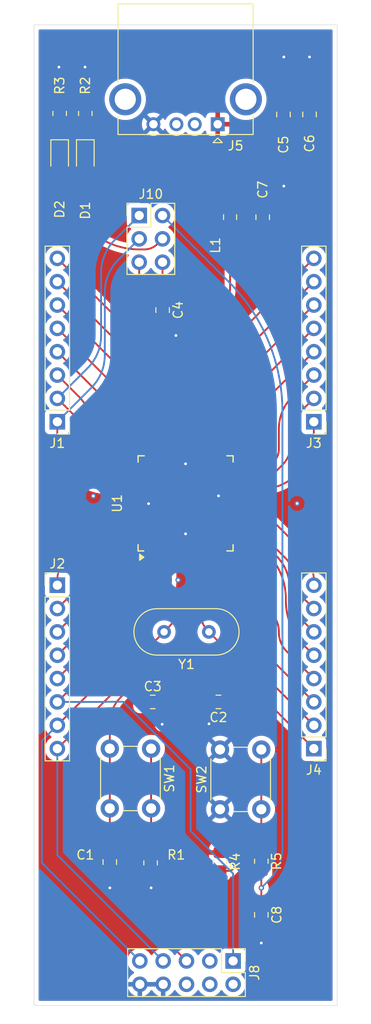
<source format=kicad_pcb>
(kicad_pcb (version 20240108) (generator "pcbnew") (generator_version "8.0")
  (layers (0 "F.Cu" signal) (31 "B.Cu" signal) (34 "B.Paste" user) (35 "F.Paste" user) (36 "B.SilkS" user "B.Silkscreen") (37 "F.SilkS" user "F.Silkscreen") (38 "B.Mask" user) (39 "F.Mask" user) (44 "Edge.Cuts" user))
  (net 0 "")
  (net 1 "RST")
  (net 2 "GND")
  (net 3 "XTAL1")
  (net 4 "XTAL2")
  (net 5 "AREF'")
  (net 6 "VCC")
  (net 7 "AVCC")
  (net 8 "PA1'")
  (net 9 "Net-(D1-K)")
  (net 10 "Net-(D2-K)")
  (net 11 "PA0'")
  (net 12 "PA7")
  (net 13 "PA2")
  (net 14 "PA0")
  (net 15 "PA4")
  (net 16 "PA3")
  (net 17 "PA6")
  (net 18 "PA1")
  (net 19 "PA5")
  (net 20 "PB3")
  (net 21 "PB5")
  (net 22 "PB4")
  (net 23 "PB0")
  (net 24 "PB6")
  (net 25 "PB2")
  (net 26 "PB7")
  (net 27 "PB1")
  (net 28 "PC3")
  (net 29 "PC7")
  (net 30 "PC1")
  (net 31 "PC5")
  (net 32 "PC4")
  (net 33 "PC2")
  (net 34 "PC0")
  (net 35 "PC6")
  (net 36 "PD1")
  (net 37 "PD3")
  (net 38 "PD6")
  (net 39 "PD7")
  (net 40 "PD0")
  (net 41 "PD5")
  (net 42 "PD2")
  (net 43 "PD4")
  (net 48 "AREF")
  (net 53 "Net-(R1-Pad1)")
  (net 54 "Net-(R4-Pad2)")
  (footprint "Capacitor_SMD:C_0805_2012Metric_Pad1.18x1.45mm_HandSolder" (layer "F.Cu") (at 123.45 72.1759 -90)
    (property "Reference" "C4")
    (property "Value" "104")
  )
  (footprint "Connector_USB:USB_A_CONNFLY_DS1095-WNR0" (layer "F.Cu") (at 129.45 51.9559 180)
    (property "Reference" "J5")
    (property "Value" "USB_A")
  )
  (footprint "Button_Switch_THT:SW_PUSH_6mm_H4.3mm" (layer "F.Cu") (at 122.195 119.8884 -90)
    (property "Reference" "SW1")
    (property "Value" "SW_Push")
  )
  (footprint "Package_QFP:TQFP-44_10x10mm_P0.8mm" (layer "F.Cu") (at 125.95 93.2056 90)
    (property "Reference" "U1")
    (property "Value" "ATmega644A-A")
  )
  (footprint "Capacitor_SMD:C_0805_2012Metric_Pad1.18x1.45mm_HandSolder" (layer "F.Cu") (at 122.3725 114.8084)
    (property "Reference" "C3")
    (property "Value" "22pF")
  )
  (footprint "Capacitor_SMD:C_0805_2012Metric_Pad1.18x1.45mm_HandSolder" (layer "F.Cu") (at 129.5275 114.8084 180)
    (property "Reference" "C2")
    (property "Value" "22pF")
  )
  (footprint "Resistor_SMD:R_0805_2012Metric_Pad1.20x1.40mm_HandSolder" (layer "F.Cu") (at 122.14 132.3184 -90)
    (property "Reference" "R1")
    (property "Value" "20kΩ")
  )
  (footprint "Connector_PinHeader_2.54mm:PinHeader_2x05_P2.54mm_Vertical" (layer "F.Cu") (at 131.13 142.9884 -90)
    (property "Reference" "J8")
    (property "Value" "Conn_02x05_Odd_Even")
  )
  (footprint "Resistor_SMD:R_0805_2012Metric_Pad1.20x1.40mm_HandSolder" (layer "F.Cu") (at 129.7 132.1884 -90)
    (property "Reference" "R4")
    (property "Value" "20kΩ")
  )
  (footprint "LED_SMD:LED_0805_2012Metric_Pad1.15x1.40mm_HandSolder" (layer "F.Cu") (at 112.234 55.5084 -90)
    (property "Reference" "D2")
    (property "Value" "LED")
  )
  (footprint "Capacitor_SMD:C_0805_2012Metric_Pad1.18x1.45mm_HandSolder" (layer "F.Cu") (at 134.35 62.0759 90)
    (property "Reference" "C7")
    (property "Value" "104")
  )
  (footprint "Connector_PinHeader_2.54mm:PinHeader_1x08_P2.54mm_Vertical" (layer "F.Cu") (at 139.92 84.3284 180)
    (property "Reference" "J3")
    (property "Value" "Conn_01x08_Pin")
  )
  (footprint "LED_SMD:LED_0805_2012Metric_Pad1.15x1.40mm_HandSolder" (layer "F.Cu") (at 115.028 55.5084 -90)
    (property "Reference" "D1")
    (property "Value" "LED")
  )
  (footprint "Button_Switch_THT:SW_PUSH_6mm" (layer "F.Cu") (at 129.7 126.4884 90)
    (property "Reference" "SW2")
    (property "Value" "SW_Push")
  )
  (footprint "Connector_PinHeader_2.54mm:PinHeader_1x08_P2.54mm_Vertical" (layer "F.Cu") (at 139.92 119.8884 180)
    (property "Reference" "J4")
    (property "Value" "Conn_01x08_Pin")
  )
  (footprint "Connector_PinHeader_2.54mm:PinHeader_1x08_P2.54mm_Vertical" (layer "F.Cu") (at 111.98 102.1084)
    (property "Reference" "J2")
    (property "Value" "Conn_01x08_Pin")
  )
  (footprint "Crystal:Crystal_HC49-4H_Vertical" (layer "F.Cu") (at 128.49 107.1884 180)
    (property "Reference" "Y1")
    (property "Value" "Crystal")
  )
  (footprint "Resistor_SMD:R_0805_2012Metric_Pad1.20x1.40mm_HandSolder" (layer "F.Cu") (at 134.2 132.1384 -90)
    (property "Reference" "R5")
    (property "Value" "20kΩ")
  )
  (footprint "Inductor_SMD:L_0805_2012Metric_Pad1.15x1.40mm_HandSolder" (layer "F.Cu") (at 130.8 62.0634 -90)
    (property "Reference" "L1")
    (property "Value" "10uH")
  )
  (footprint "Capacitor_SMD:C_0805_2012Metric_Pad1.18x1.45mm_HandSolder" (layer "F.Cu") (at 136.6165 50.9009 90)
    (property "Reference" "C5")
    (property "Value" "47uF")
  )
  (footprint "Resistor_SMD:R_0805_2012Metric_Pad1.20x1.40mm_HandSolder" (layer "F.Cu") (at 115.028 50.7844 90)
    (property "Reference" "R2")
    (property "Value" "1kΩ")
  )
  (footprint "Capacitor_SMD:C_0805_2012Metric_Pad1.18x1.45mm_HandSolder" (layer "F.Cu") (at 134.2 137.9759 -90)
    (property "Reference" "C8")
    (property "Value" "1uF")
  )
  (footprint "Connector_PinHeader_2.54mm:PinHeader_2x03_P2.54mm_Vertical" (layer "F.Cu") (at 120.9 61.8884)
    (property "Reference" "J10")
    (property "Value" "Conn_02x03_Odd_Even")
  )
  (footprint "Capacitor_SMD:C_0805_2012Metric_Pad1.18x1.45mm_HandSolder" (layer "F.Cu") (at 139.45 50.8884 90)
    (property "Reference" "C6")
    (property "Value" "104")
  )
  (footprint "Connector_PinHeader_2.54mm:PinHeader_1x08_P2.54mm_Vertical" (layer "F.Cu") (at 111.98 84.3284 180)
    (property "Reference" "J1")
    (property "Value" "Conn_01x08_Pin")
  )
  (footprint "Capacitor_SMD:C_0805_2012Metric_Pad1.18x1.45mm_HandSolder" (layer "F.Cu") (at 117.695 132.2289 -90)
    (property "Reference" "C1")
    (property "Value" "1uF")
  )
  (footprint "Resistor_SMD:R_0805_2012Metric_Pad1.20x1.40mm_HandSolder" (layer "F.Cu") (at 112.234 50.7844 90)
    (property "Reference" "R3")
    (property "Value" "1kΩ")
  )
  (gr_line (start 142.46 41.1484) (end 142.46 147.8284) (stroke (width 0.05)) (layer "Edge.Cuts"))
  (gr_line (start 142.46 147.8284) (end 109.44 147.8284) (stroke (width 0.05)) (layer "Edge.Cuts"))
  (gr_line (start 109.44 147.8284) (end 109.44 41.1484) (stroke (width 0.05)) (layer "Edge.Cuts"))
  (gr_line (start 109.44 41.1484) (end 142.46 41.1484) (stroke (width 0.05)) (layer "Edge.Cuts"))
  (segment (start 120.35 134.036929) (end 120.35 137.2884) (width 0.2) (layer "F.Cu") (net 1))
  (segment (start 120.5 109.659468) (end 120.5 110.617332) (width 0.2) (layer "F.Cu") (net 1))
  (segment (start 117.695 126.3884) (end 117.695 131.1914) (width 0.2) (layer "F.Cu") (net 1))
  (segment (start 120.35 137.2884) (end 126.05 142.9884) (width 0.2) (layer "F.Cu") (net 1))
  (segment (start 117.695 131.381929) (end 120.35 134.036929) (width 0.2) (layer "F.Cu") (net 1))
  (segment (start 117.695 131.1914) (end 117.695 131.381929) (width 0.2) (layer "F.Cu") (net 1))
  (segment (start 119.035534 114.152866) (end 118.866573 114.321827) (width 0.2) (layer "F.Cu") (net 1))
  (segment (start 117.695 117.150254) (end 117.695 119.8884) (width 0.2) (layer "F.Cu") (net 1))
  (segment (start 124.35 98.9056) (end 124.35 101.667332) (width 0.2) (layer "F.Cu") (net 1))
  (segment (start 117.695 119.8884) (end 117.695 126.3884) (width 0.2) (layer "F.Cu") (net 1))
  (segment (start 122.885534 105.202866) (end 121.964466 106.123934) (width 0.2) (layer "F.Cu") (net 1))
  (arc (start 119.035534 114.152866) (mid 120.119398 112.530749) (end 120.5 110.617332) (width 0.2) (layer "F.Cu") (net 1))
  (arc (start 122.885534 105.202866) (mid 123.969398 103.580749) (end 124.35 101.667332) (width 0.2) (layer "F.Cu") (net 1))
  (arc (start 118.866573 114.321827) (mid 117.999482 115.61952) (end 117.695 117.150254) (width 0.2) (layer "F.Cu") (net 1))
  (arc (start 120.5 109.659468) (mid 120.880602 107.746051) (end 121.964466 106.123934) (width 0.2) (layer "F.Cu") (net 1))
  (segment (start 125.95 98.9056) (end 125.95 96.52) (width 0.2) (layer "F.Cu") (net 2))
  (segment (start 136.65 44.6384) (end 136.6165 44.6719) (width 0.2) (layer "F.Cu") (net 2))
  (segment (start 122.2 135.0384) (end 122.2 133.3784) (width 0.2) (layer "F.Cu") (net 2))
  (segment (start 136.6165 44.6719) (end 136.6165 49.8634) (width 0.2) (layer "F.Cu") (net 2))
  (segment (start 115.028 45.7664) (end 115.028 49.7844) (width 0.2) (layer "F.Cu") (net 2))
  (segment (start 136.65 58.7384) (end 134.35 61.0384) (width 0.2) (layer "F.Cu") (net 2))
  (segment (start 117.7 135.0384) (end 117.7 133.2714) (width 0.2) (layer "F.Cu") (net 2))
  (segment (start 129.54 92.3884) (end 131.6328 92.3884) (width 0.2) (layer "F.Cu") (net 2))
  (segment (start 128.49 117.1784) (end 128.5 117.1884) (width 0.2) (layer "F.Cu") (net 2))
  (segment (start 125.95 87.5056) (end 125.95 88.9) (width 0.2) (layer "F.Cu") (net 2))
  (segment (start 128.49 114.8084) (end 128.49 117.1784) (width 0.2) (layer "F.Cu") (net 2))
  (segment (start 121.8872 93.2056) (end 120.25 93.2056) (width 0.2) (layer "F.Cu") (net 2))
  (segment (start 123.41 117.2284) (end 123.4 117.2384) (width 0.2) (layer "F.Cu") (net 2))
  (segment (start 112.234 45.8224) (end 112.234 49.7844) (width 0.2) (layer "F.Cu") (net 2))
  (segment (start 139.45 44.6384) (end 139.45 49.8509) (width 0.2) (layer "F.Cu") (net 2))
  (segment (start 121.92 93.2384) (end 121.8872 93.2056) (width 0.2) (layer "F.Cu") (net 2))
  (segment (start 117.7 133.2714) (end 117.695 133.2664) (width 0.2) (layer "F.Cu") (net 2))
  (segment (start 123.45 73.2134) (end 123.45 73.4884) (width 0.2) (layer "F.Cu") (net 2))
  (segment (start 112.15 45.7384) (end 112.234 45.8224) (width 0.2) (layer "F.Cu") (net 2))
  (segment (start 122.2 133.3784) (end 122.14 133.3184) (width 0.2) (layer "F.Cu") (net 2))
  (segment (start 123.45 73.4884) (end 124.9 74.9384) (width 0.2) (layer "F.Cu") (net 2))
  (segment (start 136.65 58.6884) (end 136.65 58.7384) (width 0.2) (layer "F.Cu") (net 2))
  (segment (start 123.41 114.8084) (end 123.41 117.2284) (width 0.2) (layer "F.Cu") (net 2))
  (segment (start 115 45.7384) (end 115.028 45.7664) (width 0.2) (layer "F.Cu") (net 2))
  (segment (start 131.6328 92.3884) (end 131.65 92.4056) (width 0.2) (layer "F.Cu") (net 2))
  (segment (start 134.2 141.0384) (end 134.2 139.0134) (width 0.2) (layer "F.Cu") (net 2))
  (via (at 125.95 88.9) (size 0.6) (drill 0.3) (layers "F.Cu" "B.Cu") (net 2))
  (via (at 123.4 117.2384) (size 0.6) (drill 0.3) (layers "F.Cu" "B.Cu") (net 2))
  (via (at 124.9 74.9384) (size 0.6) (drill 0.3) (layers "F.Cu" "B.Cu") (net 2))
  (via (at 136.65 44.6384) (size 0.6) (drill 0.3) (layers "F.Cu" "B.Cu") (net 2))
  (via (at 125.95 96.52) (size 0.6) (drill 0.3) (layers "F.Cu" "B.Cu") (net 2))
  (via (at 136.65 58.6884) (size 0.6) (drill 0.3) (layers "F.Cu" "B.Cu") (net 2))
  (via (at 128.5 117.1884) (size 0.6) (drill 0.3) (layers "F.Cu" "B.Cu") (net 2))
  (via (at 134.2 141.0384) (size 0.6) (drill 0.3) (layers "F.Cu" "B.Cu") (net 2))
  (via (at 117.7 135.0384) (size 0.6) (drill 0.3) (layers "F.Cu" "B.Cu") (net 2))
  (via (at 129.54 92.3884) (size 0.6) (drill 0.3) (layers "F.Cu" "B.Cu") (net 2))
  (via (at 122.2 135.0384) (size 0.6) (drill 0.3) (layers "F.Cu" "B.Cu") (net 2))
  (via (at 121.92 93.2384) (size 0.6) (drill 0.3) (layers "F.Cu" "B.Cu") (net 2))
  (via (at 112.15 45.7384) (size 0.6) (drill 0.3) (layers "F.Cu" "B.Cu") (net 2))
  (via (at 115 45.7384) (size 0.6) (drill 0.3) (layers "F.Cu" "B.Cu") (net 2))
  (via (at 139.45 44.6384) (size 0.6) (drill 0.3) (layers "F.Cu" "B.Cu") (net 2))
  (segment (start 130.565 111.334468) (end 130.565 114.8084) (width 0.2) (layer "F.Cu") (net 3))
  (segment (start 127.55 105.005759) (end 127.55 98.9056) (width 0.2) (layer "F.Cu") (net 3))
  (segment (start 128.49 107.1884) (end 128.428679 107.127079) (width 0.2) (layer "F.Cu") (net 3))
  (segment (start 128.49 107.1884) (end 129.100534 107.798934) (width 0.2) (layer "F.Cu") (net 3))
  (arc (start 129.100534 107.798934) (mid 130.184398 109.421051) (end 130.565 111.334468) (width 0.2) (layer "F.Cu") (net 3))
  (arc (start 128.428679 107.127079) (mid 127.778361 106.153809) (end 127.55 105.005759) (width 0.2) (layer "F.Cu") (net 3))
  (segment (start 121.335 114.8084) (end 121.335 111.534468) (width 0.2) (layer "F.Cu") (net 4))
  (segment (start 122.799466 107.998934) (end 123.61 107.1884) (width 0.2) (layer "F.Cu") (net 4))
  (segment (start 126.75 99.906264) (end 126.75 98.9056) (width 0.2) (layer "F.Cu") (net 4))
  (segment (start 123.61 107.1884) (end 123.821068 106.977332) (width 0.2) (layer "F.Cu") (net 4))
  (arc (start 126.75 99.906264) (mid 125.988795 103.733098) (end 123.821068 106.977332) (width 0.2) (layer "F.Cu") (net 4))
  (arc (start 121.335 111.534468) (mid 121.715602 109.621051) (end 122.799466 107.998934) (width 0.2) (layer "F.Cu") (net 4))
  (segment (start 123.44 71.1284) (end 123.45 71.1384) (width 0.2) (layer "F.Cu") (net 5))
  (segment (start 123.44 66.9684) (end 123.44 71.1284) (width 0.2) (layer "F.Cu") (net 5))
  (segment (start 115.9006 92.4056) (end 120.25 92.4056) (width 0.2) (layer "F.Cu") (net 6))
  (segment (start 125.15 98.9056) (end 125.15 101.545) (width 0.2) (layer "F.Cu") (net 6))
  (segment (start 115.9002 92.4052) (end 115.9006 92.4056) (width 0.2) (layer "F.Cu") (net 6))
  (segment (start 139.4375 51.9384) (end 139.45 51.9259) (width 0.2) (layer "F.Cu") (net 6))
  (segment (start 131.65 93.2056) (end 138.0874 93.2056) (width 0.2) (layer "F.Cu") (net 6))
  (segment (start 138.0874 93.2056) (end 138.0998 93.218) (width 0.2) (layer "F.Cu") (net 6))
  (segment (start 125.15 101.545) (end 125.1458 101.5492) (width 0.2) (layer "F.Cu") (net 6))
  (via (at 138.0998 93.218) (size 0.6) (drill 0.3) (layers "F.Cu" "B.Cu") (net 6))
  (via (at 115.9002 92.4052) (size 0.6) (drill 0.3) (layers "F.Cu" "B.Cu") (net 6))
  (via (at 125.1458 101.5492) (size 0.6) (drill 0.3) (layers "F.Cu" "B.Cu") (net 6))
  (segment (start 130.8 63.0884) (end 134.325 63.0884) (width 1) (layer "F.Cu") (net 7))
  (segment (start 129.335534 73.202866) (end 128.214466 74.323934) (width 0.2) (layer "F.Cu") (net 7))
  (segment (start 130.8 63.0884) (end 130.8 69.667332) (width 0.2) (layer "F.Cu") (net 7))
  (segment (start 126.75 77.859468) (end 126.75 87.5056) (width 0.2) (layer "F.Cu") (net 7))
  (segment (start 134.325 63.0884) (end 134.35 63.1134) (width 0.2) (layer "F.Cu") (net 7))
  (arc (start 128.214466 74.323934) (mid 127.130602 75.946051) (end 126.75 77.859468) (width 0.2) (layer "F.Cu") (net 7))
  (arc (start 129.335534 73.202866) (mid 130.419398 71.580749) (end 130.8 69.667332) (width 0.2) (layer "F.Cu") (net 7))
  (segment (start 134.2 136.9384) (end 134.2 135.0384) (width 0.2) (layer "F.Cu") (net 8))
  (segment (start 134.2 133.1384) (end 134.2 135.0384) (width 0.2) (layer "F.Cu") (net 8))
  (via (at 134.2 135.0384) (size 0.6) (drill 0.3) (layers "F.Cu" "B.Cu") (net 8))
  (segment (start 135.035534 134.202866) (end 134.2 135.0384) (width 0.2) (layer "B.Cu") (net 8))
  (segment (start 123.44 61.8884) (end 130.642136 69.090536) (width 0.2) (layer "B.Cu") (net 8))
  (segment (start 136.5 83.232671) (end 136.5 130.667332) (width 0.2) (layer "B.Cu") (net 8))
  (arc (start 136.5 130.667332) (mid 136.119398 132.580749) (end 135.035534 134.202866) (width 0.2) (layer "B.Cu") (net 8))
  (arc (start 136.5 83.232671) (mid 134.977591 75.579003) (end 130.642136 69.090536) (width 0.2) (layer "B.Cu") (net 8))
  (segment (start 115.028 51.7844) (end 115.028 54.4834) (width 0.2) (layer "F.Cu") (net 9))
  (segment (start 112.234 51.7844) (end 112.234 54.4834) (width 0.2) (layer "F.Cu") (net 10))
  (segment (start 123.44 64.4284) (end 122.875786 64.992614) (width 0.2) (layer "F.Cu") (net 11))
  (segment (start 121.461573 65.5784) (end 120.903708 65.5784) (width 0.2) (layer "F.Cu") (net 11))
  (segment (start 115.246854 63.235254) (end 114.577146 62.565546) (width 0.2) (layer "F.Cu") (net 11))
  (segment (start 112.234 56.908692) (end 112.234 56.5334) (width 0.2) (layer "F.Cu") (net 11))
  (arc (start 112.234 56.908692) (mid 112.842964 59.970159) (end 114.577146 62.565546) (width 0.2) (layer "F.Cu") (net 11))
  (arc (start 121.461573 65.5784) (mid 122.22694 65.426159) (end 122.875786 64.992614) (width 0.2) (layer "F.Cu") (net 11))
  (arc (start 115.246854 63.235254) (mid 117.842241 64.969436) (end 120.903708 65.5784) (width 0.2) (layer "F.Cu") (net 11))
  (segment (start 124.35 85.131603) (end 124.35 87.5056) (width 0.2) (layer "F.Cu") (net 12))
  (segment (start 111.98 66.5484) (end 119.956602 74.525002) (width 0.2) (layer "F.Cu") (net 12))
  (arc (start 119.956602 74.525002) (mid 123.208193 79.391352) (end 124.35 85.131603) (width 0.2) (layer "F.Cu") (net 12))
  (segment (start 115.79 87.309973) (end 115.79 85.129468) (width 0.2) (layer "F.Cu") (net 13))
  (segment (start 120.25 90.0056) (end 118.899841 90.0056) (width 0.2) (layer "F.Cu") (net 13))
  (segment (start 116.77852 89.12692) (end 116.375786 88.724186) (width 0.2) (layer "F.Cu") (net 13))
  (segment (start 114.325534 81.593934) (end 111.98 79.2484) (width 0.2) (layer "F.Cu") (net 13))
  (arc (start 116.77852 89.12692) (mid 117.75179 89.777239) (end 118.899841 90.0056) (width 0.2) (layer "F.Cu") (net 13))
  (arc (start 115.79 87.309973) (mid 115.942241 88.07534) (end 116.375786 88.724186) (width 0.2) (layer "F.Cu") (net 13))
  (arc (start 115.79 85.129468) (mid 115.409398 83.216051) (end 114.325534 81.593934) (width 0.2) (layer "F.Cu") (net 13))
  (segment (start 111.98 84.3284) (end 111.98 86.067332) (width 0.2) (layer "F.Cu") (net 14))
  (segment (start 117.518268 91.6056) (end 120.25 91.6056) (width 0.2) (layer "F.Cu") (net 14))
  (segment (start 113.444466 89.602866) (end 113.982734 90.141134) (width 0.2) (layer "F.Cu") (net 14))
  (arc (start 117.518268 91.6056) (mid 115.604851 91.224998) (end 113.982734 90.141134) (width 0.2) (layer "F.Cu") (net 14))
  (arc (start 113.444466 89.602866) (mid 112.360602 87.980749) (end 111.98 86.067332) (width 0.2) (layer "F.Cu") (net 14))
  (segment (start 115.685534 80.622866) (end 111.98 84.3284) (width 0.2) (layer "B.Cu") (net 14))
  (segment (start 120.9 64.4284) (end 118.614466 66.713934) (width 0.2) (layer "B.Cu") (net 14))
  (segment (start 117.15 70.249468) (end 117.15 77.087332) (width 0.2) (layer "B.Cu") (net 14))
  (arc (start 117.15 77.087332) (mid 116.769398 79.000749) (end 115.685534 80.622866) (width 0.2) (layer "B.Cu") (net 14))
  (arc (start 117.15 70.249468) (mid 117.530602 68.336051) (end 118.614466 66.713934) (width 0.2) (layer "B.Cu") (net 14))
  (segment (start 111.98 74.1684) (end 120.485534 82.673934) (width 0.2) (layer "F.Cu") (net 15))
  (segment (start 121.95 86.209468) (end 121.95 87.5056) (width 0.2) (layer "F.Cu") (net 15))
  (arc (start 121.95 86.209468) (mid 121.569398 84.296051) (end 120.485534 82.673934) (width 0.2) (layer "F.Cu") (net 15))
  (segment (start 120.25 89.120536) (end 120.25 89.2056) (width 0.2) (layer "F.Cu") (net 16))
  (segment (start 111.98 76.7084) (end 117.321068 82.049468) (width 0.2) (layer "F.Cu") (net 16))
  (arc (start 117.321068 82.049468) (mid 119.488796 85.293702) (end 120.25 89.120536) (width 0.2) (layer "F.Cu") (net 16))
  (segment (start 111.98 69.0884) (end 119.156602 76.265002) (width 0.2) (layer "F.Cu") (net 17))
  (segment (start 123.55 86.871603) (end 123.55 87.5056) (width 0.2) (layer "F.Cu") (net 17))
  (arc (start 123.55 86.871603) (mid 122.408193 81.131352) (end 119.156602 76.265002) (width 0.2) (layer "F.Cu") (net 17))
  (segment (start 114.52 85.571041) (end 114.52 86.895759) (width 0.2) (layer "F.Cu") (net 18))
  (segment (start 118.429841 90.8056) (end 120.25 90.8056) (width 0.2) (layer "F.Cu") (net 18))
  (segment (start 111.98 81.7884) (end 113.641321 83.449721) (width 0.2) (layer "F.Cu") (net 18))
  (segment (start 115.39868 89.01708) (end 116.308521 89.926921) (width 0.2) (layer "F.Cu") (net 18))
  (arc (start 116.308521 89.926921) (mid 117.281791 90.577239) (end 118.429841 90.8056) (width 0.2) (layer "F.Cu") (net 18))
  (arc (start 113.641321 83.449721) (mid 114.291639 84.422991) (end 114.52 85.571041) (width 0.2) (layer "F.Cu") (net 18))
  (arc (start 114.52 86.895759) (mid 114.748362 88.04381) (end 115.39868 89.01708) (width 0.2) (layer "F.Cu") (net 18))
  (segment (start 120.9 61.8884) (end 118.214466 64.573934) (width 0.2) (layer "B.Cu") (net 18))
  (segment (start 116.75 68.109468) (end 116.75 74.947332) (width 0.2) (layer "B.Cu") (net 18))
  (segment (start 115.285534 78.482866) (end 111.98 81.7884) (width 0.2) (layer "B.Cu") (net 18))
  (arc (start 116.75 74.947332) (mid 116.369398 76.860749) (end 115.285534 78.482866) (width 0.2) (layer "B.Cu") (net 18))
  (arc (start 116.75 68.109468) (mid 117.130602 66.196051) (end 118.214466 64.573934) (width 0.2) (layer "B.Cu") (net 18))
  (segment (start 111.98 71.6284) (end 119.821068 79.469468) (width 0.2) (layer "F.Cu") (net 19))
  (segment (start 122.75 86.540536) (end 122.75 87.5056) (width 0.2) (layer "F.Cu") (net 19))
  (arc (start 119.821068 79.469468) (mid 121.988796 82.713702) (end 122.75 86.540536) (width 0.2) (layer "F.Cu") (net 19))
  (segment (start 120.128427 96.4056) (end 120.25 96.4056) (width 0.2) (layer "F.Cu") (net 20))
  (segment (start 115.028 103.780905) (end 115.028 103.577095) (width 0.2) (layer "F.Cu") (net 20))
  (segment (start 117.078253 98.627347) (end 118.714214 96.991386) (width 0.2) (layer "F.Cu") (net 20))
  (segment (start 111.98 109.7284) (end 112.977748 108.730652) (width 0.2) (layer "F.Cu") (net 20))
  (arc (start 120.128427 96.4056) (mid 119.36306 96.557841) (end 118.714214 96.991386) (width 0.2) (layer "F.Cu") (net 20))
  (arc (start 115.028 103.577095) (mid 115.560843 100.898311) (end 117.078253 98.627347) (width 0.2) (layer "F.Cu") (net 20))
  (arc (start 115.028 103.780905) (mid 114.495157 106.459689) (end 112.977748 108.730652) (width 0.2) (layer "F.Cu") (net 20))
  (segment (start 120.778427 102.199973) (end 118.231573 104.746827) (width 0.2) (layer "F.Cu") (net 21))
  (segment (start 121.95 98.9056) (end 121.95 99.371546) (width 0.2) (layer "F.Cu") (net 21))
  (segment (start 115.888427 110.899973) (end 111.98 114.8084) (width 0.2) (layer "F.Cu") (net 21))
  (segment (start 117.06 107.575254) (end 117.06 108.071546) (width 0.2) (layer "F.Cu") (net 21))
  (arc (start 121.95 99.371546) (mid 121.645518 100.90228) (end 120.778427 102.199973) (width 0.2) (layer "F.Cu") (net 21))
  (arc (start 117.06 108.071546) (mid 116.755518 109.60228) (end 115.888427 110.899973) (width 0.2) (layer "F.Cu") (net 21))
  (arc (start 117.06 107.575254) (mid 117.364482 106.04452) (end 118.231573 104.746827) (width 0.2) (layer "F.Cu") (net 21))
  (segment (start 126.5 128.854922) (end 126.5 122.1384) (width 0.2) (layer "B.Cu") (net 21))
  (segment (start 119.15 114.7884) (end 117.25 114.7884) (width 0.2) (layer "B.Cu") (net 21))
  (segment (start 131.13 142.9884) (end 131.13 133.484922) (width 0.2) (layer "B.Cu") (net 21))
  (segment (start 117.25 114.7884) (end 117.23 114.8084) (width 0.2) (layer "B.Cu") (net 21))
  (segment (start 126.5 122.1384) (end 119.15 114.7884) (width 0.2) (layer "B.Cu") (net 21))
  (segment (start 131.13 133.484922) (end 126.5 128.854922) (width 0.2) (layer "B.Cu") (net 21))
  (segment (start 117.23 114.8084) (end 111.98 114.8084) (width 0.2) (layer "B.Cu") (net 21))
  (segment (start 116.66868 105.03972) (end 119.371321 102.337079) (width 0.2) (layer "F.Cu") (net 22))
  (segment (start 120.25 100.215759) (end 120.25 97.2056) (width 0.2) (layer "F.Cu") (net 22))
  (segment (start 115.79 107.215759) (end 115.79 107.161041) (width 0.2) (layer "F.Cu") (net 22))
  (segment (start 111.98 112.2684) (end 114.911321 109.337079) (width 0.2) (layer "F.Cu") (net 22))
  (arc (start 114.911321 109.337079) (mid 115.561639 108.363809) (end 115.79 107.215759) (width 0.2) (layer "F.Cu") (net 22))
  (arc (start 116.66868 105.03972) (mid 116.018361 106.01299) (end 115.79 107.161041) (width 0.2) (layer "F.Cu") (net 22))
  (arc (start 119.371321 102.337079) (mid 120.021639 101.363809) (end 120.25 100.215759) (width 0.2) (layer "F.Cu") (net 22))
  (segment (start 120.25 94.0056) (end 119.613868 94.0056) (width 0.2) (layer "F.Cu") (net 23))
  (segment (start 116.078334 95.470066) (end 113.444466 98.103934) (width 0.2) (layer "F.Cu") (net 23))
  (segment (start 111.98 101.639468) (end 111.98 102.1084) (width 0.2) (layer "F.Cu") (net 23))
  (arc (start 119.613868 94.0056) (mid 117.700451 94.386202) (end 116.078334 95.470066) (width 0.2) (layer "F.Cu") (net 23))
  (arc (start 111.98 101.639468) (mid 112.360602 99.726051) (end 113.444466 98.103934) (width 0.2) (layer "F.Cu") (net 23))
  (segment (start 117.158427 112.169973) (end 111.98 117.3484) (width 0.2) (layer "F.Cu") (net 24))
  (segment (start 118.33 107.575254) (end 118.33 109.341546) (width 0.2) (layer "F.Cu") (net 24))
  (segment (start 122.75 98.9056) (end 122.75 99.841546) (width 0.2) (layer "F.Cu") (net 24))
  (segment (start 121.578427 102.669973) (end 119.501573 104.746827) (width 0.2) (layer "F.Cu") (net 24))
  (arc (start 121.578427 102.669973) (mid 122.445518 101.37228) (end 122.75 99.841546) (width 0.2) (layer "F.Cu") (net 24))
  (arc (start 119.501573 104.746827) (mid 118.634482 106.04452) (end 118.33 107.575254) (width 0.2) (layer "F.Cu") (net 24))
  (arc (start 117.158427 112.169973) (mid 118.025518 110.87228) (end 118.33 109.341546) (width 0.2) (layer "F.Cu") (net 24))
  (segment (start 110.3 119.0284) (end 111.98 117.3484) (width 0.2) (layer "B.Cu") (net 24))
  (segment (start 110.3 132.3184) (end 110.3 119.0284) (width 0.2) (layer "B.Cu") (net 24))
  (segment (start 120.97 142.9884) (end 110.3 132.3184) (width 0.2) (layer "B.Cu") (net 24))
  (segment (start 115.984466 98.921134) (end 118.714214 96.191386) (width 0.2) (layer "F.Cu") (net 25))
  (segment (start 120.128427 95.6056) (end 120.25 95.6056) (width 0.2) (layer "F.Cu") (net 25))
  (segment (start 111.98 107.1884) (end 113.055534 106.112866) (width 0.2) (layer "F.Cu") (net 25))
  (segment (start 114.52 102.577332) (end 114.52 102.456668) (width 0.2) (layer "F.Cu") (net 25))
  (arc (start 120.128427 95.6056) (mid 119.36306 95.757841) (end 118.714214 96.191386) (width 0.2) (layer "F.Cu") (net 25))
  (arc (start 115.984466 98.921134) (mid 114.900602 100.543251) (end 114.52 102.456668) (width 0.2) (layer "F.Cu") (net 25))
  (arc (start 114.52 102.577332) (mid 114.139398 104.490749) (end 113.055534 106.112866) (width 0.2) (layer "F.Cu") (net 25))
  (segment (start 122.378427 103.139973) (end 120.771573 104.746827) (width 0.2) (layer "F.Cu") (net 26))
  (segment (start 123.55 98.9056) (end 123.55 100.311546) (width 0.2) (layer "F.Cu") (net 26))
  (segment (start 119.6 107.575254) (end 119.6 110.611546) (width 0.2) (layer "F.Cu") (net 26))
  (segment (start 118.428427 113.439973) (end 111.98 119.8884) (width 0.2) (layer "F.Cu") (net 26))
  (arc (start 120.771573 104.746827) (mid 119.904482 106.04452) (end 119.6 107.575254) (width 0.2) (layer "F.Cu") (net 26))
  (arc (start 119.6 110.611546) (mid 119.295518 112.14228) (end 118.428427 113.439973) (width 0.2) (layer "F.Cu") (net 26))
  (arc (start 122.378427 103.139973) (mid 123.245518 101.84228) (end 123.55 100.311546) (width 0.2) (layer "F.Cu") (net 26))
  (segment (start 111.98 119.8884) (end 111.98 131.4584) (width 0.2) (layer "B.Cu") (net 26))
  (segment (start 111.98 131.4584) (end 123.51 142.9884) (width 0.2) (layer "B.Cu") (net 26))
  (segment (start 114.89068 99.21492) (end 118.714214 95.391386) (width 0.2) (layer "F.Cu") (net 27))
  (segment (start 114.012 101.373759) (end 114.012 101.336241) (width 0.2) (layer "F.Cu") (net 27))
  (segment (start 111.98 104.6484) (end 113.133321 103.495079) (width 0.2) (layer "F.Cu") (net 27))
  (segment (start 120.128427 94.8056) (end 120.25 94.8056) (width 0.2) (layer "F.Cu") (net 27))
  (arc (start 114.89068 99.21492) (mid 114.240361 100.18819) (end 114.012 101.336241) (width 0.2) (layer "F.Cu") (net 27))
  (arc (start 120.128427 94.8056) (mid 119.36306 94.957841) (end 118.714214 95.391386) (width 0.2) (layer "F.Cu") (net 27))
  (arc (start 114.012 101.373759) (mid 113.783639 102.521809) (end 113.133321 103.495079) (width 0.2) (layer "F.Cu") (net 27))
  (segment (start 139.92 76.7084) (end 134.578932 82.049468) (width 0.2) (layer "F.Cu") (net 28))
  (segment (start 131.65 89.120536) (end 131.65 89.2056) (width 0.2) (layer "F.Cu") (net 28))
  (arc (start 134.578932 82.049468) (mid 132.411204 85.293702) (end 131.65 89.120536) (width 0.2) (layer "F.Cu") (net 28))
  (segment (start 139.92 66.5484) (end 131.943398 74.525002) (width 0.2) (layer "F.Cu") (net 29))
  (segment (start 127.55 85.131603) (end 127.55 87.5056) (width 0.2) (layer "F.Cu") (net 29))
  (arc (start 131.943398 74.525002) (mid 128.691807 79.391352) (end 127.55 85.131603) (width 0.2) (layer "F.Cu") (net 29))
  (segment (start 131.65 90.8056) (end 133.470159 90.8056) (width 0.2) (layer "F.Cu") (net 30))
  (segment (start 135.59148 89.92692) (end 136.501321 89.017079) (width 0.2) (layer "F.Cu") (net 30))
  (segment (start 138.25868 83.44972) (end 139.92 81.7884) (width 0.2) (layer "F.Cu") (net 30))
  (segment (start 137.38 86.895759) (end 137.38 85.571041) (width 0.2) (layer "F.Cu") (net 30))
  (arc (start 138.25868 83.44972) (mid 137.608361 84.42299) (end 137.38 85.571041) (width 0.2) (layer "F.Cu") (net 30))
  (arc (start 135.59148 89.92692) (mid 134.61821 90.577239) (end 133.470159 90.8056) (width 0.2) (layer "F.Cu") (net 30))
  (arc (start 136.501321 89.017079) (mid 137.151639 88.043809) (end 137.38 86.895759) (width 0.2) (layer "F.Cu") (net 30))
  (segment (start 129.15 86.540536) (end 129.15 87.5056) (width 0.2) (layer "F.Cu") (net 31))
  (segment (start 139.92 71.6284) (end 132.078932 79.469468) (width 0.2) (layer "F.Cu") (net 31))
  (arc (start 129.15 86.540536) (mid 129.911205 82.713702) (end 132.078932 79.469468) (width 0.2) (layer "F.Cu") (net 31))
  (segment (start 129.95 86.209468) (end 129.95 87.5056) (width 0.2) (layer "F.Cu") (net 32))
  (segment (start 139.92 74.1684) (end 131.414466 82.673934) (width 0.2) (layer "F.Cu") (net 32))
  (arc (start 129.95 86.209468) (mid 130.330602 84.296051) (end 131.414466 82.673934) (width 0.2) (layer "F.Cu") (net 32))
  (segment (start 137.574466 81.593934) (end 139.92 79.2484) (width 0.2) (layer "F.Cu") (net 33))
  (segment (start 136.11 87.309973) (end 136.11 85.129468) (width 0.2) (layer "F.Cu") (net 33))
  (segment (start 131.65 90.0056) (end 133.000159 90.0056) (width 0.2) (layer "F.Cu") (net 33))
  (segment (start 135.12148 89.12692) (end 135.524214 88.724186) (width 0.2) (layer "F.Cu") (net 33))
  (arc (start 135.12148 89.12692) (mid 134.14821 89.777239) (end 133.000159 90.0056) (width 0.2) (layer "F.Cu") (net 33))
  (arc (start 136.11 87.309973) (mid 135.957759 88.07534) (end 135.524214 88.724186) (width 0.2) (layer "F.Cu") (net 33))
  (arc (start 136.11 85.129468) (mid 136.490602 83.216051) (end 137.574466 81.593934) (width 0.2) (layer "F.Cu") (net 33))
  (segment (start 137.917266 90.141134) (end 138.455534 89.602866) (width 0.2) (layer "F.Cu") (net 34))
  (segment (start 139.92 86.067332) (end 139.92 84.3284) (width 0.2) (layer "F.Cu") (net 34))
  (segment (start 131.65 91.6056) (end 134.381732 91.6056) (width 0.2) (layer "F.Cu") (net 34))
  (arc (start 137.917266 90.141134) (mid 136.295149 91.224998) (end 134.381732 91.6056) (width 0.2) (layer "F.Cu") (net 34))
  (arc (start 138.455534 89.602866) (mid 139.539398 87.980749) (end 139.92 86.067332) (width 0.2) (layer "F.Cu") (net 34))
  (segment (start 128.35 86.871603) (end 128.35 87.5056) (width 0.2) (layer "F.Cu") (net 35))
  (segment (start 139.92 69.0884) (end 132.743398 76.265002) (width 0.2) (layer "F.Cu") (net 35))
  (arc (start 132.743398 76.265002) (mid 129.491807 81.131352) (end 128.35 86.871603) (width 0.2) (layer "F.Cu") (net 35))
  (segment (start 129.15 98.9056) (end 129.15 99.841546) (width 0.2) (layer "F.Cu") (net 36))
  (segment (start 134.741573 112.169973) (end 139.92 117.3484) (width 0.2) (layer "F.Cu") (net 36))
  (segment (start 130.321573 102.669973) (end 132.398427 104.746827) (width 0.2) (layer "F.Cu") (net 36))
  (segment (start 133.57 107.575254) (end 133.57 109.341546) (width 0.2) (layer "F.Cu") (net 36))
  (arc (start 133.57 109.341546) (mid 133.874482 110.87228) (end 134.741573 112.169973) (width 0.2) (layer "F.Cu") (net 36))
  (arc (start 133.57 107.575254) (mid 133.265518 106.04452) (end 132.398427 104.746827) (width 0.2) (layer "F.Cu") (net 36))
  (arc (start 129.15 99.841546) (mid 129.454482 101.37228) (end 130.321573 102.669973) (width 0.2) (layer "F.Cu") (net 36))
  (segment (start 136.98868 109.33708) (end 139.92 112.2684) (width 0.2) (layer "F.Cu") (net 37))
  (segment (start 131.65 97.2056) (end 131.65 100.215759) (width 0.2) (layer "F.Cu") (net 37))
  (segment (start 132.52868 102.33708) (end 135.231321 105.039721) (width 0.2) (layer "F.Cu") (net 37))
  (segment (start 136.11 107.161041) (end 136.11 107.215759) (width 0.2) (layer "F.Cu") (net 37))
  (arc (start 136.98868 109.33708) (mid 136.338361 108.36381) (end 136.11 107.215759) (width 0.2) (layer "F.Cu") (net 37))
  (arc (start 131.65 100.215759) (mid 131.878362 101.36381) (end 132.52868 102.33708) (width 0.2) (layer "F.Cu") (net 37))
  (arc (start 135.231321 105.039721) (mid 135.881639 106.012991) (end 136.11 107.161041) (width 0.2) (layer "F.Cu") (net 37))
  (segment (start 132.060786 94.8056) (end 131.65 94.8056) (width 0.2) (layer "F.Cu") (net 38))
  (segment (start 136.82132 99.15192) (end 132.767893 95.098493) (width 0.2) (layer "F.Cu") (net 38))
  (segment (start 137.7 101.599973) (end 137.7 101.273241) (width 0.2) (layer "F.Cu") (net 38))
  (segment (start 139.92 104.6484) (end 138.285786 103.014186) (width 0.2) (layer "F.Cu") (net 38))
  (arc (start 138.285786 103.014186) (mid 137.852241 102.36534) (end 137.7 101.599973) (width 0.2) (layer "F.Cu") (net 38))
  (arc (start 132.060786 94.8056) (mid 132.443469 94.88172) (end 132.767893 95.098493) (width 0.2) (layer "F.Cu") (net 38))
  (arc (start 137.7 101.273241) (mid 137.471638 100.12519) (end 136.82132 99.15192) (width 0.2) (layer "F.Cu") (net 38))
  (segment (start 139.92 101.659468) (end 139.92 102.1084) (width 0.2) (layer "F.Cu") (net 39))
  (segment (start 131.65 94.0056) (end 132.266132 94.0056) (width 0.2) (layer "F.Cu") (net 39))
  (segment (start 135.801666 95.470066) (end 138.455534 98.123934) (width 0.2) (layer "F.Cu") (net 39))
  (arc (start 135.801666 95.470066) (mid 134.179549 94.386202) (end 132.266132 94.0056) (width 0.2) (layer "F.Cu") (net 39))
  (arc (start 138.455534 98.123934) (mid 139.539398 99.746051) (end 139.92 101.659468) (width 0.2) (layer "F.Cu") (net 39))
  (segment (start 129.521573 103.139973) (end 131.128427 104.746827) (width 0.2) (layer "F.Cu") (net 40))
  (segment (start 133.471573 113.439973) (end 139.92 119.8884) (width 0.2) (layer "F.Cu") (net 40))
  (segment (start 132.3 107.575254) (end 132.3 110.611546) (width 0.2) (layer "F.Cu") (net 40))
  (segment (start 128.35 98.9056) (end 128.35 100.311546) (width 0.2) (layer "F.Cu") (net 40))
  (arc (start 128.35 100.311546) (mid 128.654482 101.84228) (end 129.521573 103.139973) (width 0.2) (layer "F.Cu") (net 40))
  (arc (start 132.3 107.575254) (mid 131.995518 106.04452) (end 131.128427 104.746827) (width 0.2) (layer "F.Cu") (net 40))
  (arc (start 133.471573 113.439973) (mid 132.604482 112.14228) (end 132.3 110.611546) (width 0.2) (layer "F.Cu") (net 40))
  (segment (start 131.688773 95.6056) (end 131.65 95.6056) (width 0.2) (layer "F.Cu") (net 41))
  (segment (start 139.92 107.1884) (end 138.764466 106.032866) (width 0.2) (layer "F.Cu") (net 41))
  (segment (start 135.835534 98.923934) (end 133.102986 96.191386) (width 0.2) (layer "F.Cu") (net 41))
  (segment (start 137.3 102.497332) (end 137.3 102.459468) (width 0.2) (layer "F.Cu") (net 41))
  (arc (start 138.764466 106.032866) (mid 137.680602 104.410749) (end 137.3 102.497332) (width 0.2) (layer "F.Cu") (net 41))
  (arc (start 131.688773 95.6056) (mid 132.45414 95.757841) (end 133.102986 96.191386) (width 0.2) (layer "F.Cu") (net 41))
  (arc (start 135.835534 98.923934) (mid 136.919398 100.546051) (end 137.3 102.459468) (width 0.2) (layer "F.Cu") (net 41))
  (segment (start 131.121573 102.199973) (end 133.668427 104.746827) (width 0.2) (layer "F.Cu") (net 42))
  (segment (start 129.95 98.9056) (end 129.95 99.371546) (width 0.2) (layer "F.Cu") (net 42))
  (segment (start 134.84 107.575254) (end 134.84 108.071546) (width 0.2) (layer "F.Cu") (net 42))
  (segment (start 136.011573 110.899973) (end 139.92 114.8084) (width 0.2) (layer "F.Cu") (net 42))
  (arc (start 134.84 107.575254) (mid 134.535518 106.04452) (end 133.668427 104.746827) (width 0.2) (layer "F.Cu") (net 42))
  (arc (start 136.011573 110.899973) (mid 135.144482 109.60228) (end 134.84 108.071546) (width 0.2) (layer "F.Cu") (net 42))
  (arc (start 129.95 99.371546) (mid 130.254482 100.90228) (end 131.121573 102.199973) (width 0.2) (layer "F.Cu") (net 42))
  (segment (start 131.771573 96.4056) (end 131.65 96.4056) (width 0.2) (layer "F.Cu") (net 43))
  (segment (start 139.92 109.7284) (end 138.922252 108.730652) (width 0.2) (layer "F.Cu") (net 43))
  (segment (start 136.872 103.780905) (end 136.872 103.577095) (width 0.2) (layer "F.Cu") (net 43))
  (segment (start 134.821747 98.627347) (end 133.185786 96.991386) (width 0.2) (layer "F.Cu") (net 43))
  (arc (start 134.821747 98.627347) (mid 136.339157 100.898311) (end 136.872 103.577095) (width 0.2) (layer "F.Cu") (net 43))
  (arc (start 131.771573 96.4056) (mid 132.53694 96.557841) (end 133.185786 96.991386) (width 0.2) (layer "F.Cu") (net 43))
  (arc (start 136.872 103.780905) (mid 137.404843 106.459689) (end 138.922252 108.730652) (width 0.2) (layer "F.Cu") (net 43))
  (segment (start 120.9 66.9684) (end 120.9 72.115861) (width 0.2) (layer "F.Cu") (net 48))
  (segment (start 122.364466 75.651395) (end 123.685534 76.972463) (width 0.2) (layer "F.Cu") (net 48))
  (segment (start 125.15 80.507997) (end 125.15 87.5056) (width 0.2) (layer "F.Cu") (net 48))
  (arc (start 122.364466 75.651395) (mid 121.280602 74.029278) (end 120.9 72.115861) (width 0.2) (layer "F.Cu") (net 48))
  (arc (start 123.685534 76.972463) (mid 124.769398 78.59458) (end 125.15 80.507997) (width 0.2) (layer "F.Cu") (net 48))
  (segment (start 122.195 119.8884) (end 122.195 126.3884) (width 0.2) (layer "F.Cu") (net 53))
  (segment (start 122.195 126.3884) (end 122.195 131.2634) (width 0.2) (layer "F.Cu") (net 53))
  (segment (start 122.195 131.2634) (end 122.14 131.3184) (width 0.2) (layer "F.Cu") (net 53))
  (segment (start 134.2 119.9884) (end 134.2 126.4884) (width 0.2) (layer "F.Cu") (net 54))
  (segment (start 129.7 133.1884) (end 130.9 133.1884) (width 0.2) (layer "F.Cu") (net 54))
  (segment (start 134.2 126.4884) (end 134.2 131.1384) (width 0.2) (layer "F.Cu") (net 54))
  (segment (start 132.95 131.1384) (end 134.2 131.1384) (width 0.2) (layer "F.Cu") (net 54))
  (segment (start 130.9 133.1884) (end 132.95 131.1384) (width 0.2) (layer "F.Cu") (net 54))
  (zone (net 6) (net_name "VCC") (layer "F.Cu") (priority 1) (connect_pads (clearance 0.5)) (min_thickness 0.25) (fill yes (thermal_gap 0.5) (thermal_bridge_width 0.5))
    (polygon (pts (xy 106.68 40.64) (xy 144.78 40.64) (xy 144.78 149.86) (xy 106.68 149.86)))
  )
  (zone (net 2) (net_name "GND") (layer "B.Cu") (connect_pads (clearance 0.5)) (min_thickness 0.25) (fill yes (thermal_gap 0.5) (thermal_bridge_width 0.5))
    (polygon (pts (xy 144.78 40.64) (xy 144.78 149.86) (xy 106.68 149.86) (xy 106.68 40.64)))
  )
)
</source>
